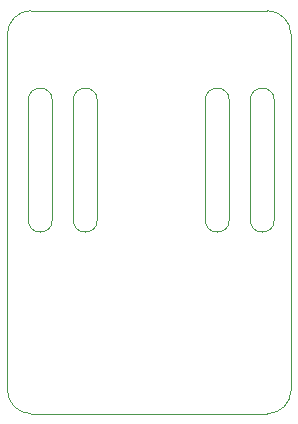
<source format=gbr>
%TF.GenerationSoftware,KiCad,Pcbnew,(5.1.9)-1*%
%TF.CreationDate,2022-05-31T00:34:38+01:00*%
%TF.ProjectId,board,626f6172-642e-46b6-9963-61645f706362,rev?*%
%TF.SameCoordinates,Original*%
%TF.FileFunction,Profile,NP*%
%FSLAX46Y46*%
G04 Gerber Fmt 4.6, Leading zero omitted, Abs format (unit mm)*
G04 Created by KiCad (PCBNEW (5.1.9)-1) date 2022-05-31 00:34:38*
%MOMM*%
%LPD*%
G01*
G04 APERTURE LIST*
%TA.AperFunction,Profile*%
%ADD10C,0.050000*%
%TD*%
G04 APERTURE END LIST*
D10*
X117348000Y-118110000D02*
G75*
G03*
X119380000Y-118110000I1016000J0D01*
G01*
X119380000Y-118110000D02*
X119380000Y-107950000D01*
X121158000Y-118110000D02*
G75*
G03*
X123190000Y-118110000I1016000J0D01*
G01*
X119380000Y-107950000D02*
G75*
G03*
X117348000Y-107950000I-1016000J0D01*
G01*
X123190000Y-107950000D02*
G75*
G03*
X121158000Y-107950000I-1016000J0D01*
G01*
X117348000Y-107950000D02*
X117348000Y-118110000D01*
X123190000Y-118110000D02*
X123190000Y-107950000D01*
X121158000Y-107950000D02*
X121158000Y-118110000D01*
X102362000Y-118110000D02*
G75*
G03*
X104394000Y-118110000I1016000J0D01*
G01*
X104394000Y-107950000D02*
G75*
G03*
X102362000Y-107950000I-1016000J0D01*
G01*
X104394000Y-118110000D02*
X104394000Y-107950000D01*
X102362000Y-107950000D02*
X102362000Y-118110000D01*
X108204000Y-118110000D02*
X108204000Y-107950000D01*
X106172000Y-107950000D02*
X106172000Y-118110000D01*
X106172000Y-118110000D02*
G75*
G03*
X108204000Y-118110000I1016000J0D01*
G01*
X108204000Y-107950000D02*
G75*
G03*
X106172000Y-107950000I-1016000J0D01*
G01*
X102596000Y-100376000D02*
X122596000Y-100376000D01*
X102596000Y-134493000D02*
X122616000Y-134493000D01*
X124596000Y-102376000D02*
X124616000Y-132493000D01*
X100596000Y-132493000D02*
X100596000Y-102376000D01*
X124616000Y-132493000D02*
G75*
G02*
X122616000Y-134493000I-2000000J0D01*
G01*
X122596000Y-100376000D02*
G75*
G02*
X124596000Y-102376000I0J-2000000D01*
G01*
X100596000Y-102376000D02*
G75*
G02*
X102596000Y-100376000I2000000J0D01*
G01*
X102596000Y-134493000D02*
G75*
G02*
X100596000Y-132493000I0J2000000D01*
G01*
M02*

</source>
